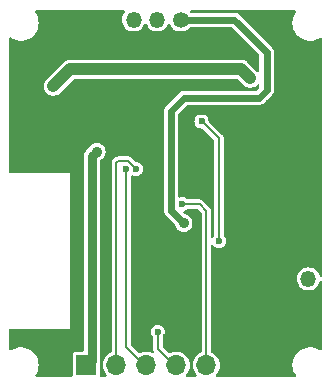
<source format=gbr>
%TF.GenerationSoftware,KiCad,Pcbnew,8.0.4*%
%TF.CreationDate,2024-12-08T23:45:12+08:00*%
%TF.ProjectId,funHomeSwitch,66756e48-6f6d-4655-9377-697463682e6b,rev?*%
%TF.SameCoordinates,Original*%
%TF.FileFunction,Copper,L2,Bot*%
%TF.FilePolarity,Positive*%
%FSLAX46Y46*%
G04 Gerber Fmt 4.6, Leading zero omitted, Abs format (unit mm)*
G04 Created by KiCad (PCBNEW 8.0.4) date 2024-12-08 23:45:12*
%MOMM*%
%LPD*%
G01*
G04 APERTURE LIST*
%TA.AperFunction,ComponentPad*%
%ADD10O,1.700000X1.100000*%
%TD*%
%TA.AperFunction,ComponentPad*%
%ADD11C,1.350000*%
%TD*%
%TA.AperFunction,ComponentPad*%
%ADD12O,1.350000X1.350000*%
%TD*%
%TA.AperFunction,ComponentPad*%
%ADD13R,1.700000X1.700000*%
%TD*%
%TA.AperFunction,ComponentPad*%
%ADD14O,1.700000X1.700000*%
%TD*%
%TA.AperFunction,ComponentPad*%
%ADD15R,1.350000X1.350000*%
%TD*%
%TA.AperFunction,ViaPad*%
%ADD16C,0.900000*%
%TD*%
%TA.AperFunction,ViaPad*%
%ADD17C,0.600000*%
%TD*%
%TA.AperFunction,Conductor*%
%ADD18C,1.000000*%
%TD*%
%TA.AperFunction,Conductor*%
%ADD19C,0.800000*%
%TD*%
%TA.AperFunction,Conductor*%
%ADD20C,0.200000*%
%TD*%
%TA.AperFunction,Conductor*%
%ADD21C,0.600000*%
%TD*%
G04 APERTURE END LIST*
D10*
%TO.P,J3,S1,SHIELD*%
%TO.N,GND*%
X192725000Y-66625000D03*
X188925000Y-66625000D03*
X192725000Y-75265000D03*
X188925000Y-75265000D03*
%TD*%
D11*
%TO.P,J2,1,Pin_1*%
%TO.N,/SG90_PWM*%
X202625000Y-63750000D03*
D12*
%TO.P,J2,2,Pin_2*%
%TO.N,+5V*%
X200625000Y-63750000D03*
%TO.P,J2,3,Pin_3*%
%TO.N,Net-(J2-Pin_3)*%
X198625000Y-63750000D03*
%TD*%
D13*
%TO.P,J1,1,Pin_1*%
%TO.N,+3V3*%
X194610000Y-92975000D03*
D14*
%TO.P,J1,2,Pin_2*%
%TO.N,/USB_SERIAL_RXI*%
X197150000Y-92975000D03*
%TO.P,J1,3,Pin_3*%
%TO.N,/USB_SERIAL_TXO*%
X199690000Y-92975000D03*
%TO.P,J1,4,Pin_4*%
%TO.N,/ESP32_EN*%
X202230000Y-92975000D03*
%TO.P,J1,5,Pin_5*%
%TO.N,/ESP32_BOOT*%
X204770000Y-92975000D03*
%TO.P,J1,6,Pin_6*%
%TO.N,GND*%
X207310000Y-92975000D03*
%TD*%
D15*
%TO.P,J4,1,Pin_1*%
%TO.N,GND*%
X213425000Y-87675000D03*
D12*
%TO.P,J4,2,Pin_2*%
%TO.N,/BAT+*%
X213425000Y-85675000D03*
%TD*%
D16*
%TO.N,+3V3*%
X195500000Y-74900000D03*
D17*
%TO.N,GND*%
X200700000Y-87175000D03*
X212025000Y-68350000D03*
X213250000Y-90700000D03*
X195475000Y-63675000D03*
X190350000Y-70300000D03*
X196025000Y-69875000D03*
X211025000Y-68275000D03*
X196325000Y-80025000D03*
X192025000Y-93275000D03*
X211475000Y-63950000D03*
X206000000Y-83825000D03*
X213325000Y-68400000D03*
X208775000Y-85250000D03*
X210075000Y-93225000D03*
X192200000Y-92050000D03*
X190375000Y-72625000D03*
X199525000Y-74150000D03*
X210650000Y-83450000D03*
X206325000Y-89800000D03*
X192025000Y-63700000D03*
X198600000Y-74850000D03*
X198375000Y-71625000D03*
X212925000Y-73600000D03*
X201375000Y-90625000D03*
X193675000Y-88625000D03*
X212575000Y-70850000D03*
X202175000Y-84675000D03*
X209525000Y-92325000D03*
X196300000Y-78875000D03*
X193600000Y-76925000D03*
X208068191Y-66210357D03*
X203525000Y-77800000D03*
X194775000Y-69550000D03*
X208900000Y-79250000D03*
X213825000Y-78500000D03*
X213900000Y-70900000D03*
X205875000Y-90575000D03*
X203050000Y-76450000D03*
X208950000Y-90275000D03*
X210700000Y-82150000D03*
X211700000Y-91925000D03*
X191250000Y-92575000D03*
X210525000Y-64975000D03*
X197400000Y-71100000D03*
X202150000Y-82175000D03*
X199775000Y-78825000D03*
X190375000Y-71300000D03*
X209100000Y-84600000D03*
X201825000Y-87675000D03*
X193900000Y-64825000D03*
X193825000Y-63625000D03*
X207875000Y-79325000D03*
X213725000Y-89650000D03*
X189250000Y-69550000D03*
X190675000Y-73750000D03*
X208050000Y-80325000D03*
X198350000Y-65150000D03*
X207950000Y-84900000D03*
X197800000Y-74050000D03*
X189275000Y-71650000D03*
X192250000Y-64775000D03*
X199575000Y-87650000D03*
X211350000Y-93350000D03*
X208675000Y-89375000D03*
X203775000Y-89825000D03*
X198825000Y-86875000D03*
X210675000Y-81100000D03*
X210050000Y-63750000D03*
X197425000Y-65125000D03*
X202800000Y-75550000D03*
X210875000Y-73500000D03*
X202125000Y-83325000D03*
X213800000Y-73550000D03*
X211950000Y-73525000D03*
X194125000Y-89500000D03*
X190400000Y-69525000D03*
X214075000Y-68400000D03*
X208486379Y-72441357D03*
X202125000Y-85875000D03*
X212575000Y-78425000D03*
X210075000Y-70800000D03*
X212625000Y-89650000D03*
X190800000Y-90725000D03*
X192900000Y-75850000D03*
X210650000Y-92000000D03*
X205600000Y-89600000D03*
X189250000Y-70425000D03*
X210750000Y-77325000D03*
X189300000Y-90675000D03*
X189350000Y-73450000D03*
X198950000Y-79950000D03*
X211425000Y-78225000D03*
X200700000Y-79975000D03*
X209380393Y-71480393D03*
X192050000Y-90725000D03*
X196350000Y-87650000D03*
X196025000Y-66300000D03*
X210050000Y-88300000D03*
X209125000Y-88000000D03*
X191175000Y-76175000D03*
X211125000Y-88350000D03*
X209550000Y-89375000D03*
X208375000Y-73250000D03*
%TO.N,/ESP32_EN*%
X200675000Y-90150000D03*
D16*
%TO.N,/VIN_5V*%
X208500000Y-68700000D03*
X191825000Y-69375000D03*
D17*
%TO.N,/ESP32_BOOT*%
X202750000Y-79350000D03*
%TO.N,/USB_SERIAL_TXO*%
X198000000Y-76400000D03*
%TO.N,/USB_SERIAL_RXI*%
X198800000Y-76375000D03*
D16*
%TO.N,/SG90_PWM*%
X202850000Y-80950000D03*
D17*
%TO.N,Net-(Q1-G)*%
X204369998Y-72350000D03*
X205850000Y-82475000D03*
%TD*%
D18*
%TO.N,/VIN_5V*%
X193275000Y-67925000D02*
X191825000Y-69375000D01*
X208500000Y-68700000D02*
X207725000Y-67925000D01*
X207725000Y-67925000D02*
X193275000Y-67925000D01*
D19*
%TO.N,+3V3*%
X195500000Y-74900000D02*
X195100000Y-75300000D01*
X195100000Y-92660000D02*
X194610000Y-93150000D01*
X195100000Y-75300000D02*
X195100000Y-92660000D01*
D20*
%TO.N,/ESP32_EN*%
X200675000Y-91595000D02*
X202230000Y-93150000D01*
X200675000Y-90150000D02*
X200675000Y-91595000D01*
%TO.N,/ESP32_BOOT*%
X202750000Y-79350000D02*
X204200000Y-79350000D01*
X204770000Y-79920000D02*
X204770000Y-93150000D01*
X204200000Y-79350000D02*
X204770000Y-79920000D01*
%TO.N,/USB_SERIAL_TXO*%
X198000000Y-76400000D02*
X198000000Y-91460000D01*
X198000000Y-91460000D02*
X199690000Y-93150000D01*
%TO.N,/USB_SERIAL_RXI*%
X198800000Y-76351471D02*
X198148529Y-75700000D01*
X198800000Y-76375000D02*
X198800000Y-76351471D01*
X197150000Y-75875000D02*
X197150000Y-93150000D01*
X197325000Y-75700000D02*
X197150000Y-75875000D01*
X198148529Y-75700000D02*
X197325000Y-75700000D01*
D21*
%TO.N,/SG90_PWM*%
X201800000Y-79900000D02*
X201800000Y-71450000D01*
X202850000Y-80950000D02*
X201800000Y-79900000D01*
X209875000Y-66475000D02*
X207150000Y-63750000D01*
X209875000Y-69725000D02*
X209875000Y-66475000D01*
X201800000Y-71450000D02*
X202900000Y-70350000D01*
X202900000Y-70350000D02*
X209250000Y-70350000D01*
X209250000Y-70350000D02*
X209875000Y-69725000D01*
X207150000Y-63750000D02*
X202625000Y-63750000D01*
D20*
%TO.N,Net-(Q1-G)*%
X204425000Y-72350000D02*
X205850000Y-73775000D01*
X204369998Y-72350000D02*
X204425000Y-72350000D01*
X205850000Y-73775000D02*
X205850000Y-82475000D01*
%TD*%
%TA.AperFunction,Conductor*%
%TO.N,GND*%
G36*
X197868057Y-62969407D02*
G01*
X197904021Y-63018907D01*
X197904021Y-63080093D01*
X197886394Y-63112304D01*
X197885561Y-63113320D01*
X197809976Y-63205420D01*
X197809969Y-63205430D01*
X197719397Y-63374880D01*
X197719395Y-63374885D01*
X197663614Y-63558768D01*
X197663613Y-63558773D01*
X197644780Y-63749996D01*
X197644780Y-63750003D01*
X197663613Y-63941226D01*
X197663614Y-63941231D01*
X197719395Y-64125114D01*
X197719397Y-64125119D01*
X197809969Y-64294569D01*
X197809975Y-64294578D01*
X197809977Y-64294581D01*
X197855869Y-64350500D01*
X197931875Y-64443115D01*
X197931884Y-64443124D01*
X197987637Y-64488879D01*
X198080419Y-64565023D01*
X198080423Y-64565025D01*
X198080430Y-64565030D01*
X198249880Y-64655602D01*
X198249886Y-64655605D01*
X198377988Y-64694464D01*
X198433768Y-64711385D01*
X198433773Y-64711386D01*
X198624997Y-64730220D01*
X198625000Y-64730220D01*
X198625003Y-64730220D01*
X198816226Y-64711386D01*
X198816231Y-64711385D01*
X199000114Y-64655605D01*
X199060870Y-64623129D01*
X199169569Y-64565030D01*
X199169572Y-64565027D01*
X199169581Y-64565023D01*
X199318120Y-64443120D01*
X199440023Y-64294581D01*
X199440027Y-64294572D01*
X199440030Y-64294569D01*
X199530602Y-64125119D01*
X199530605Y-64125114D01*
X199530607Y-64125105D01*
X199532464Y-64120625D01*
X199533793Y-64121175D01*
X199565244Y-64076046D01*
X199623051Y-64055997D01*
X199681603Y-64073755D01*
X199717193Y-64120766D01*
X199717536Y-64120625D01*
X199718079Y-64121938D01*
X199718534Y-64122538D01*
X199719284Y-64124847D01*
X199719397Y-64125119D01*
X199809969Y-64294569D01*
X199809975Y-64294578D01*
X199809977Y-64294581D01*
X199855869Y-64350500D01*
X199931875Y-64443115D01*
X199931884Y-64443124D01*
X199987637Y-64488879D01*
X200080419Y-64565023D01*
X200080423Y-64565025D01*
X200080430Y-64565030D01*
X200249880Y-64655602D01*
X200249886Y-64655605D01*
X200377988Y-64694464D01*
X200433768Y-64711385D01*
X200433773Y-64711386D01*
X200624997Y-64730220D01*
X200625000Y-64730220D01*
X200625003Y-64730220D01*
X200816226Y-64711386D01*
X200816231Y-64711385D01*
X201000114Y-64655605D01*
X201060870Y-64623129D01*
X201169569Y-64565030D01*
X201169572Y-64565027D01*
X201169581Y-64565023D01*
X201318120Y-64443120D01*
X201440023Y-64294581D01*
X201440027Y-64294572D01*
X201440030Y-64294569D01*
X201530602Y-64125119D01*
X201530605Y-64125114D01*
X201530607Y-64125105D01*
X201532464Y-64120625D01*
X201533793Y-64121175D01*
X201565244Y-64076046D01*
X201623051Y-64055997D01*
X201681603Y-64073755D01*
X201717193Y-64120766D01*
X201717536Y-64120625D01*
X201718079Y-64121938D01*
X201718534Y-64122538D01*
X201719284Y-64124847D01*
X201719397Y-64125119D01*
X201809969Y-64294569D01*
X201809975Y-64294578D01*
X201809977Y-64294581D01*
X201855869Y-64350500D01*
X201931875Y-64443115D01*
X201931884Y-64443124D01*
X201987637Y-64488879D01*
X202080419Y-64565023D01*
X202080423Y-64565025D01*
X202080430Y-64565030D01*
X202249880Y-64655602D01*
X202249886Y-64655605D01*
X202377988Y-64694464D01*
X202433768Y-64711385D01*
X202433773Y-64711386D01*
X202624997Y-64730220D01*
X202625000Y-64730220D01*
X202625003Y-64730220D01*
X202816226Y-64711386D01*
X202816231Y-64711385D01*
X203000114Y-64655605D01*
X203060870Y-64623129D01*
X203169569Y-64565030D01*
X203169572Y-64565027D01*
X203169581Y-64565023D01*
X203304423Y-64454361D01*
X203318118Y-64443122D01*
X203364427Y-64386695D01*
X203415959Y-64353708D01*
X203440955Y-64350500D01*
X206860257Y-64350500D01*
X206918448Y-64369407D01*
X206930261Y-64379496D01*
X209245504Y-66694739D01*
X209273281Y-66749256D01*
X209274500Y-66764743D01*
X209274500Y-68103414D01*
X209255593Y-68161605D01*
X209206093Y-68197569D01*
X209144907Y-68197569D01*
X209105496Y-68173418D01*
X208235292Y-67303214D01*
X208235289Y-67303211D01*
X208183059Y-67268312D01*
X208104185Y-67215609D01*
X208104174Y-67215603D01*
X207958497Y-67155263D01*
X207803844Y-67124500D01*
X207803842Y-67124500D01*
X193353843Y-67124500D01*
X193196158Y-67124500D01*
X193196155Y-67124500D01*
X193041504Y-67155261D01*
X192895821Y-67215605D01*
X192764711Y-67303211D01*
X192764707Y-67303214D01*
X191203214Y-68864707D01*
X191203211Y-68864711D01*
X191115609Y-68995814D01*
X191115603Y-68995825D01*
X191055263Y-69141501D01*
X191055263Y-69141503D01*
X191024500Y-69296155D01*
X191024500Y-69453844D01*
X191055263Y-69608496D01*
X191055263Y-69608498D01*
X191115603Y-69754174D01*
X191115609Y-69754185D01*
X191148933Y-69804057D01*
X191203211Y-69885289D01*
X191314711Y-69996789D01*
X191392876Y-70049017D01*
X191445814Y-70084390D01*
X191445825Y-70084396D01*
X191468324Y-70093715D01*
X191591503Y-70144737D01*
X191746158Y-70175500D01*
X191746159Y-70175500D01*
X191903841Y-70175500D01*
X191903842Y-70175500D01*
X192058497Y-70144737D01*
X192204179Y-70084394D01*
X192335289Y-69996789D01*
X193577582Y-68754496D01*
X193632099Y-68726719D01*
X193647586Y-68725500D01*
X207352414Y-68725500D01*
X207410605Y-68744407D01*
X207422418Y-68754496D01*
X207989711Y-69321789D01*
X208120821Y-69409394D01*
X208266503Y-69469738D01*
X208421158Y-69500500D01*
X208421160Y-69500500D01*
X208578841Y-69500500D01*
X208578843Y-69500500D01*
X208733498Y-69469738D01*
X208879179Y-69409394D01*
X209010290Y-69321789D01*
X209105498Y-69226580D01*
X209160013Y-69198805D01*
X209220445Y-69208376D01*
X209263710Y-69251641D01*
X209274500Y-69296586D01*
X209274500Y-69435257D01*
X209255593Y-69493448D01*
X209245504Y-69505261D01*
X209030261Y-69720504D01*
X208975744Y-69748281D01*
X208960257Y-69749500D01*
X202985136Y-69749500D01*
X202985120Y-69749499D01*
X202979057Y-69749499D01*
X202820943Y-69749499D01*
X202668215Y-69790423D01*
X202668213Y-69790423D01*
X202668209Y-69790425D01*
X202644599Y-69804057D01*
X202531284Y-69869479D01*
X202419479Y-69981283D01*
X202419480Y-69981284D01*
X202419478Y-69981286D01*
X201431286Y-70969478D01*
X201431284Y-70969480D01*
X201431283Y-70969479D01*
X201319479Y-71081284D01*
X201269359Y-71168095D01*
X201240425Y-71218209D01*
X201240423Y-71218213D01*
X201240423Y-71218215D01*
X201199499Y-71370943D01*
X201199499Y-71370945D01*
X201199499Y-71537031D01*
X201199500Y-71537044D01*
X201199500Y-79814863D01*
X201199499Y-79814881D01*
X201199499Y-79820943D01*
X201199499Y-79979057D01*
X201218070Y-80048363D01*
X201240424Y-80131788D01*
X201260126Y-80165911D01*
X201260127Y-80165914D01*
X201287709Y-80213687D01*
X201319480Y-80268716D01*
X201431284Y-80380520D01*
X201431286Y-80380521D01*
X202082190Y-81031425D01*
X202109967Y-81085942D01*
X202110563Y-81090342D01*
X202113686Y-81118059D01*
X202113686Y-81118060D01*
X202169544Y-81277690D01*
X202169544Y-81277691D01*
X202259520Y-81420886D01*
X202259523Y-81420890D01*
X202379110Y-81540477D01*
X202522310Y-81630456D01*
X202586232Y-81652823D01*
X202681934Y-81686311D01*
X202681938Y-81686312D01*
X202681941Y-81686313D01*
X202681942Y-81686313D01*
X202681946Y-81686314D01*
X202849996Y-81705249D01*
X202850000Y-81705249D01*
X202850004Y-81705249D01*
X203018053Y-81686314D01*
X203018055Y-81686313D01*
X203018059Y-81686313D01*
X203177690Y-81630456D01*
X203320890Y-81540477D01*
X203440477Y-81420890D01*
X203530456Y-81277690D01*
X203586313Y-81118059D01*
X203589932Y-81085942D01*
X203605249Y-80950004D01*
X203605249Y-80949995D01*
X203586314Y-80781946D01*
X203586311Y-80781934D01*
X203563480Y-80716690D01*
X203530456Y-80622310D01*
X203440477Y-80479110D01*
X203320890Y-80359523D01*
X203320887Y-80359521D01*
X203320886Y-80359520D01*
X203177691Y-80269544D01*
X203018059Y-80213686D01*
X202990342Y-80210563D01*
X202934635Y-80185258D01*
X202931425Y-80182190D01*
X202852115Y-80102880D01*
X202824338Y-80048363D01*
X202833909Y-79987931D01*
X202877174Y-79944666D01*
X202900667Y-79937372D01*
X202900494Y-79936723D01*
X202906755Y-79935044D01*
X202906762Y-79935044D01*
X203052841Y-79874536D01*
X203178282Y-79778282D01*
X203178281Y-79778282D01*
X203183430Y-79774332D01*
X203184490Y-79775713D01*
X203231584Y-79751719D01*
X203247071Y-79750500D01*
X203993100Y-79750500D01*
X204051291Y-79769407D01*
X204063103Y-79779496D01*
X204340503Y-80056895D01*
X204368281Y-80111412D01*
X204369500Y-80126899D01*
X204369500Y-91828520D01*
X204350593Y-91886711D01*
X204306264Y-91920834D01*
X204254986Y-91940699D01*
X204254975Y-91940705D01*
X204073699Y-92052946D01*
X204073692Y-92052952D01*
X203916135Y-92196586D01*
X203916131Y-92196589D01*
X203916128Y-92196593D01*
X203916125Y-92196597D01*
X203787635Y-92366743D01*
X203787630Y-92366752D01*
X203692596Y-92557608D01*
X203634244Y-92762688D01*
X203614571Y-92975000D01*
X203634244Y-93187311D01*
X203643559Y-93220050D01*
X203692595Y-93392389D01*
X203787634Y-93583255D01*
X203916128Y-93753407D01*
X203942381Y-93777340D01*
X203972646Y-93830514D01*
X203965875Y-93891323D01*
X203924655Y-93936540D01*
X203875684Y-93949500D01*
X203124316Y-93949500D01*
X203066125Y-93930593D01*
X203030161Y-93881093D01*
X203030161Y-93819907D01*
X203057618Y-93777340D01*
X203083872Y-93753407D01*
X203212366Y-93583255D01*
X203307405Y-93392389D01*
X203365756Y-93187310D01*
X203385429Y-92975000D01*
X203365756Y-92762690D01*
X203307405Y-92557611D01*
X203212366Y-92366745D01*
X203083872Y-92196593D01*
X202956125Y-92080135D01*
X202926307Y-92052952D01*
X202926300Y-92052946D01*
X202745024Y-91940705D01*
X202745019Y-91940702D01*
X202593960Y-91882182D01*
X202546198Y-91863679D01*
X202546197Y-91863678D01*
X202546195Y-91863678D01*
X202336610Y-91824500D01*
X202123390Y-91824500D01*
X201913802Y-91863678D01*
X201714986Y-91940699D01*
X201714976Y-91940704D01*
X201702664Y-91948327D01*
X201643235Y-91962881D01*
X201586601Y-91939724D01*
X201580549Y-91934156D01*
X201104496Y-91458103D01*
X201076719Y-91403586D01*
X201075500Y-91388099D01*
X201075500Y-90647071D01*
X201094407Y-90588880D01*
X201101715Y-90580324D01*
X201103282Y-90578282D01*
X201199536Y-90452841D01*
X201260044Y-90306762D01*
X201280682Y-90150000D01*
X201260044Y-89993238D01*
X201223430Y-89904845D01*
X201199537Y-89847161D01*
X201199537Y-89847160D01*
X201103286Y-89721723D01*
X201103285Y-89721722D01*
X201103282Y-89721718D01*
X201103277Y-89721714D01*
X201103276Y-89721713D01*
X200977838Y-89625462D01*
X200831766Y-89564957D01*
X200831758Y-89564955D01*
X200675001Y-89544318D01*
X200674999Y-89544318D01*
X200518241Y-89564955D01*
X200518233Y-89564957D01*
X200372161Y-89625462D01*
X200372160Y-89625462D01*
X200246723Y-89721713D01*
X200246713Y-89721723D01*
X200150462Y-89847160D01*
X200150462Y-89847161D01*
X200089957Y-89993233D01*
X200089955Y-89993241D01*
X200069318Y-90149999D01*
X200069318Y-90150000D01*
X200089955Y-90306758D01*
X200089957Y-90306766D01*
X200150462Y-90452838D01*
X200150462Y-90452839D01*
X200250668Y-90583431D01*
X200249283Y-90584493D01*
X200273279Y-90631569D01*
X200274500Y-90647071D01*
X200274500Y-91542273D01*
X200274500Y-91647727D01*
X200289075Y-91702122D01*
X200301794Y-91749592D01*
X200331381Y-91800837D01*
X200344103Y-91860685D01*
X200319217Y-91916581D01*
X200266229Y-91947174D01*
X200209721Y-91941234D01*
X200209287Y-91942356D01*
X200205021Y-91940703D01*
X200205019Y-91940702D01*
X200006198Y-91863679D01*
X200006197Y-91863678D01*
X200006195Y-91863678D01*
X199796610Y-91824500D01*
X199583390Y-91824500D01*
X199373802Y-91863678D01*
X199174986Y-91940699D01*
X199174976Y-91940704D01*
X199162664Y-91948327D01*
X199103235Y-91962881D01*
X199046601Y-91939724D01*
X199040549Y-91934156D01*
X198429496Y-91323103D01*
X198401719Y-91268586D01*
X198400500Y-91253099D01*
X198400500Y-77007662D01*
X198419407Y-76949471D01*
X198468907Y-76913507D01*
X198530093Y-76913507D01*
X198537372Y-76916193D01*
X198643238Y-76960044D01*
X198760809Y-76975522D01*
X198799999Y-76980682D01*
X198800000Y-76980682D01*
X198800001Y-76980682D01*
X198831352Y-76976554D01*
X198956762Y-76960044D01*
X199102841Y-76899536D01*
X199228282Y-76803282D01*
X199324536Y-76677841D01*
X199385044Y-76531762D01*
X199405682Y-76375000D01*
X199385044Y-76218238D01*
X199324537Y-76072161D01*
X199324537Y-76072160D01*
X199228286Y-75946723D01*
X199228285Y-75946722D01*
X199228282Y-75946718D01*
X199228277Y-75946714D01*
X199228276Y-75946713D01*
X199102838Y-75850462D01*
X198956766Y-75789957D01*
X198956759Y-75789955D01*
X198815168Y-75771314D01*
X198759943Y-75744973D01*
X198758088Y-75743165D01*
X198394442Y-75379520D01*
X198394437Y-75379516D01*
X198303120Y-75326794D01*
X198303122Y-75326794D01*
X198263599Y-75316204D01*
X198201256Y-75299500D01*
X197272273Y-75299500D01*
X197209931Y-75316204D01*
X197170408Y-75326794D01*
X197097320Y-75368993D01*
X197097317Y-75368995D01*
X197079090Y-75379517D01*
X196829516Y-75629091D01*
X196776794Y-75720408D01*
X196776793Y-75720410D01*
X196763688Y-75769316D01*
X196763689Y-75769317D01*
X196749500Y-75822273D01*
X196749500Y-91828520D01*
X196730593Y-91886711D01*
X196686264Y-91920834D01*
X196634986Y-91940699D01*
X196634975Y-91940705D01*
X196453699Y-92052946D01*
X196453692Y-92052952D01*
X196296135Y-92196586D01*
X196296131Y-92196589D01*
X196296128Y-92196593D01*
X196296125Y-92196597D01*
X196167635Y-92366743D01*
X196167630Y-92366752D01*
X196072596Y-92557608D01*
X196014244Y-92762688D01*
X195994571Y-92975000D01*
X196014244Y-93187311D01*
X196023559Y-93220050D01*
X196072595Y-93392389D01*
X196167634Y-93583255D01*
X196296128Y-93753407D01*
X196322381Y-93777340D01*
X196352646Y-93830514D01*
X196345875Y-93891323D01*
X196304655Y-93936540D01*
X196255684Y-93949500D01*
X195859500Y-93949500D01*
X195801309Y-93930593D01*
X195765345Y-93881093D01*
X195760500Y-93850500D01*
X195760499Y-92915600D01*
X195768034Y-92877715D01*
X195773580Y-92864328D01*
X195800500Y-92728994D01*
X195800500Y-92591006D01*
X195800500Y-75652255D01*
X195819407Y-75594064D01*
X195846825Y-75568432D01*
X195970890Y-75490477D01*
X196090477Y-75370890D01*
X196180456Y-75227690D01*
X196236313Y-75068059D01*
X196255249Y-74900000D01*
X196255249Y-74899995D01*
X196236314Y-74731946D01*
X196236311Y-74731934D01*
X196213480Y-74666690D01*
X196180456Y-74572310D01*
X196090477Y-74429110D01*
X195970890Y-74309523D01*
X195970887Y-74309521D01*
X195970886Y-74309520D01*
X195827691Y-74219544D01*
X195668065Y-74163688D01*
X195668053Y-74163685D01*
X195500004Y-74144751D01*
X195499996Y-74144751D01*
X195331946Y-74163685D01*
X195331934Y-74163688D01*
X195172309Y-74219544D01*
X195172308Y-74219544D01*
X195029113Y-74309520D01*
X194909520Y-74429113D01*
X194819543Y-74572311D01*
X194819542Y-74572314D01*
X194817592Y-74577887D01*
X194794153Y-74615188D01*
X194555885Y-74853457D01*
X194479223Y-74968191D01*
X194426422Y-75095665D01*
X194426419Y-75095675D01*
X194416397Y-75146062D01*
X194416397Y-75146063D01*
X194399500Y-75231006D01*
X194399500Y-91725500D01*
X194380593Y-91783691D01*
X194331093Y-91819655D01*
X194300500Y-91824500D01*
X193715139Y-91824500D01*
X193715136Y-91824501D01*
X193690009Y-91827414D01*
X193587235Y-91872794D01*
X193507794Y-91952235D01*
X193462414Y-92055011D01*
X193459500Y-92080130D01*
X193459500Y-92080132D01*
X193459501Y-93850500D01*
X193440594Y-93908691D01*
X193391094Y-93944655D01*
X193360501Y-93949500D01*
X190397286Y-93949500D01*
X190339095Y-93930593D01*
X190303131Y-93881093D01*
X190303131Y-93819907D01*
X190314404Y-93796355D01*
X190399173Y-93666607D01*
X190499063Y-93438881D01*
X190560108Y-93197821D01*
X190580643Y-92950000D01*
X190560108Y-92702179D01*
X190499063Y-92461119D01*
X190399173Y-92233393D01*
X190263164Y-92025215D01*
X190094744Y-91842262D01*
X189975677Y-91749588D01*
X189898512Y-91689528D01*
X189898509Y-91689526D01*
X189679813Y-91571173D01*
X189444611Y-91490428D01*
X189199335Y-91449500D01*
X188950665Y-91449500D01*
X188705388Y-91490428D01*
X188470186Y-91571173D01*
X188251490Y-91689526D01*
X188251481Y-91689532D01*
X188235306Y-91702122D01*
X188177772Y-91722943D01*
X188118988Y-91705969D01*
X188081408Y-91657685D01*
X188075500Y-91623997D01*
X188075500Y-89999000D01*
X188094407Y-89940809D01*
X188143907Y-89904845D01*
X188174500Y-89900000D01*
X193199999Y-89900000D01*
X193200000Y-89900000D01*
X193200000Y-76700000D01*
X193199999Y-76700000D01*
X188174500Y-76700000D01*
X188116309Y-76681093D01*
X188080345Y-76631593D01*
X188075500Y-76601000D01*
X188075500Y-65326002D01*
X188094407Y-65267811D01*
X188143907Y-65231847D01*
X188205093Y-65231847D01*
X188235305Y-65247875D01*
X188251491Y-65260474D01*
X188470190Y-65378828D01*
X188705386Y-65459571D01*
X188950665Y-65500500D01*
X189199335Y-65500500D01*
X189444614Y-65459571D01*
X189679810Y-65378828D01*
X189898509Y-65260474D01*
X190094744Y-65107738D01*
X190263164Y-64924785D01*
X190399173Y-64716607D01*
X190499063Y-64488881D01*
X190560108Y-64247821D01*
X190580643Y-64000000D01*
X190560108Y-63752179D01*
X190499063Y-63511119D01*
X190399173Y-63283393D01*
X190281739Y-63103647D01*
X190265742Y-63044591D01*
X190287511Y-62987409D01*
X190338734Y-62953944D01*
X190364620Y-62950500D01*
X197809866Y-62950500D01*
X197868057Y-62969407D01*
G37*
%TD.AperFunction*%
%TA.AperFunction,Conductor*%
G36*
X212343571Y-62969407D02*
G01*
X212379535Y-63018907D01*
X212379535Y-63080093D01*
X212368260Y-63103647D01*
X212250827Y-63283393D01*
X212180378Y-63444002D01*
X212150937Y-63511120D01*
X212089891Y-63752180D01*
X212069357Y-64000000D01*
X212089891Y-64247819D01*
X212101733Y-64294581D01*
X212150937Y-64488881D01*
X212250827Y-64716607D01*
X212386836Y-64924785D01*
X212555256Y-65107738D01*
X212751491Y-65260474D01*
X212970190Y-65378828D01*
X213205386Y-65459571D01*
X213450665Y-65500500D01*
X213699335Y-65500500D01*
X213944614Y-65459571D01*
X214179810Y-65378828D01*
X214398509Y-65260474D01*
X214414693Y-65247877D01*
X214472225Y-65227056D01*
X214531009Y-65244028D01*
X214568591Y-65292311D01*
X214574500Y-65326002D01*
X214574500Y-85436497D01*
X214555593Y-85494688D01*
X214506093Y-85530652D01*
X214444907Y-85530652D01*
X214395407Y-85494688D01*
X214380763Y-85465235D01*
X214369689Y-85428730D01*
X214330605Y-85299886D01*
X214330602Y-85299880D01*
X214240030Y-85130430D01*
X214240025Y-85130423D01*
X214240023Y-85130419D01*
X214174975Y-85051158D01*
X214118124Y-84981884D01*
X214118115Y-84981875D01*
X214031521Y-84910810D01*
X213969581Y-84859977D01*
X213969578Y-84859975D01*
X213969569Y-84859969D01*
X213800119Y-84769397D01*
X213800114Y-84769395D01*
X213616231Y-84713614D01*
X213616226Y-84713613D01*
X213425003Y-84694780D01*
X213424997Y-84694780D01*
X213233773Y-84713613D01*
X213233768Y-84713614D01*
X213049885Y-84769395D01*
X213049880Y-84769397D01*
X212880430Y-84859969D01*
X212880420Y-84859976D01*
X212731884Y-84981875D01*
X212731875Y-84981884D01*
X212609976Y-85130420D01*
X212609969Y-85130430D01*
X212519397Y-85299880D01*
X212519395Y-85299885D01*
X212463614Y-85483768D01*
X212463613Y-85483773D01*
X212444780Y-85674996D01*
X212444780Y-85675003D01*
X212463613Y-85866226D01*
X212463614Y-85866231D01*
X212519395Y-86050114D01*
X212519397Y-86050119D01*
X212609969Y-86219569D01*
X212609975Y-86219578D01*
X212609977Y-86219581D01*
X212660810Y-86281521D01*
X212731875Y-86368115D01*
X212731884Y-86368124D01*
X212801158Y-86424975D01*
X212880419Y-86490023D01*
X212880423Y-86490025D01*
X212880430Y-86490030D01*
X213049880Y-86580602D01*
X213049886Y-86580605D01*
X213177988Y-86619464D01*
X213233768Y-86636385D01*
X213233773Y-86636386D01*
X213424997Y-86655220D01*
X213425000Y-86655220D01*
X213425003Y-86655220D01*
X213616226Y-86636386D01*
X213616231Y-86636385D01*
X213800114Y-86580605D01*
X213860870Y-86548129D01*
X213969569Y-86490030D01*
X213969572Y-86490027D01*
X213969581Y-86490023D01*
X214118120Y-86368120D01*
X214240023Y-86219581D01*
X214240027Y-86219572D01*
X214240030Y-86219569D01*
X214330602Y-86050119D01*
X214330605Y-86050114D01*
X214380763Y-85884763D01*
X214415748Y-85834567D01*
X214473556Y-85814521D01*
X214532107Y-85832282D01*
X214569036Y-85881067D01*
X214574500Y-85913502D01*
X214574500Y-91623997D01*
X214555593Y-91682188D01*
X214506093Y-91718152D01*
X214444907Y-91718152D01*
X214414694Y-91702122D01*
X214398518Y-91689532D01*
X214398509Y-91689526D01*
X214179813Y-91571173D01*
X213944611Y-91490428D01*
X213699335Y-91449500D01*
X213450665Y-91449500D01*
X213205388Y-91490428D01*
X212970186Y-91571173D01*
X212751490Y-91689526D01*
X212751487Y-91689528D01*
X212555259Y-91842259D01*
X212555256Y-91842261D01*
X212555256Y-91842262D01*
X212470662Y-91934156D01*
X212386835Y-92025216D01*
X212367369Y-92055011D01*
X212250827Y-92233393D01*
X212162292Y-92435234D01*
X212150937Y-92461120D01*
X212089891Y-92702180D01*
X212069357Y-92950000D01*
X212089891Y-93197819D01*
X212089892Y-93197821D01*
X212150937Y-93438881D01*
X212250827Y-93666607D01*
X212335594Y-93796353D01*
X212351592Y-93855409D01*
X212329823Y-93912591D01*
X212278600Y-93946056D01*
X212252714Y-93949500D01*
X205664316Y-93949500D01*
X205606125Y-93930593D01*
X205570161Y-93881093D01*
X205570161Y-93819907D01*
X205597618Y-93777340D01*
X205623872Y-93753407D01*
X205752366Y-93583255D01*
X205847405Y-93392389D01*
X205905756Y-93187310D01*
X205925429Y-92975000D01*
X205905756Y-92762690D01*
X205847405Y-92557611D01*
X205752366Y-92366745D01*
X205623872Y-92196593D01*
X205496125Y-92080135D01*
X205466307Y-92052952D01*
X205466300Y-92052946D01*
X205285024Y-91940705D01*
X205285022Y-91940704D01*
X205285019Y-91940702D01*
X205285017Y-91940701D01*
X205285013Y-91940699D01*
X205233736Y-91920834D01*
X205186305Y-91882182D01*
X205170500Y-91828520D01*
X205170500Y-82867532D01*
X205189407Y-82809341D01*
X205238907Y-82773377D01*
X205300093Y-82773377D01*
X205348041Y-82807264D01*
X205421718Y-82903282D01*
X205547159Y-82999536D01*
X205693238Y-83060044D01*
X205810809Y-83075522D01*
X205849999Y-83080682D01*
X205850000Y-83080682D01*
X205850001Y-83080682D01*
X205881352Y-83076554D01*
X206006762Y-83060044D01*
X206152841Y-82999536D01*
X206278282Y-82903282D01*
X206374536Y-82777841D01*
X206435044Y-82631762D01*
X206455682Y-82475000D01*
X206435044Y-82318238D01*
X206374537Y-82172161D01*
X206374537Y-82172160D01*
X206274332Y-82041570D01*
X206275713Y-82040509D01*
X206251719Y-81993416D01*
X206250500Y-81977929D01*
X206250500Y-73722274D01*
X206250500Y-73722273D01*
X206223207Y-73620413D01*
X206170480Y-73529087D01*
X206095913Y-73454519D01*
X206095913Y-73454520D01*
X204997059Y-72355666D01*
X204969282Y-72301149D01*
X204968910Y-72298583D01*
X204955042Y-72193241D01*
X204955042Y-72193238D01*
X204894535Y-72047161D01*
X204894535Y-72047160D01*
X204798284Y-71921723D01*
X204798283Y-71921722D01*
X204798280Y-71921718D01*
X204798275Y-71921714D01*
X204798274Y-71921713D01*
X204672836Y-71825462D01*
X204526764Y-71764957D01*
X204526756Y-71764955D01*
X204369999Y-71744318D01*
X204369997Y-71744318D01*
X204213239Y-71764955D01*
X204213231Y-71764957D01*
X204067159Y-71825462D01*
X204067158Y-71825462D01*
X203941721Y-71921713D01*
X203941711Y-71921723D01*
X203845460Y-72047160D01*
X203845460Y-72047161D01*
X203784955Y-72193233D01*
X203784953Y-72193241D01*
X203764316Y-72349999D01*
X203764316Y-72350000D01*
X203784953Y-72506758D01*
X203784955Y-72506766D01*
X203845460Y-72652838D01*
X203845460Y-72652839D01*
X203845462Y-72652841D01*
X203941716Y-72778282D01*
X204067157Y-72874536D01*
X204213236Y-72935044D01*
X204369998Y-72955682D01*
X204404915Y-72951084D01*
X204465072Y-72962233D01*
X204487840Y-72979233D01*
X205420504Y-73911897D01*
X205448281Y-73966414D01*
X205449500Y-73981901D01*
X205449500Y-81977929D01*
X205430593Y-82036120D01*
X205423275Y-82044687D01*
X205348042Y-82142734D01*
X205297617Y-82177390D01*
X205236453Y-82175788D01*
X205187911Y-82138541D01*
X205170500Y-82082467D01*
X205170500Y-79980714D01*
X205170501Y-79980701D01*
X205170501Y-79867272D01*
X205170500Y-79867270D01*
X205158086Y-79820943D01*
X205143207Y-79765413D01*
X205118839Y-79723207D01*
X205090480Y-79674087D01*
X205015913Y-79599520D01*
X205015910Y-79599518D01*
X204445913Y-79029520D01*
X204445910Y-79029518D01*
X204445908Y-79029516D01*
X204354591Y-78976794D01*
X204354593Y-78976794D01*
X204315070Y-78966204D01*
X204252727Y-78949500D01*
X204252725Y-78949500D01*
X203247071Y-78949500D01*
X203188880Y-78930593D01*
X203180312Y-78923276D01*
X203052838Y-78825462D01*
X202906766Y-78764957D01*
X202906758Y-78764955D01*
X202750001Y-78744318D01*
X202749999Y-78744318D01*
X202593241Y-78764955D01*
X202593239Y-78764955D01*
X202593238Y-78764956D01*
X202548867Y-78783334D01*
X202537385Y-78788091D01*
X202476388Y-78792890D01*
X202424219Y-78760920D01*
X202400805Y-78704392D01*
X202400500Y-78696626D01*
X202400500Y-71739743D01*
X202419407Y-71681552D01*
X202429496Y-71669739D01*
X203119739Y-70979496D01*
X203174256Y-70951719D01*
X203189743Y-70950500D01*
X209164864Y-70950500D01*
X209164880Y-70950501D01*
X209170943Y-70950501D01*
X209329056Y-70950501D01*
X209329057Y-70950501D01*
X209481785Y-70909577D01*
X209531904Y-70880639D01*
X209618716Y-70830520D01*
X209730520Y-70718716D01*
X209730521Y-70718713D01*
X210243713Y-70205521D01*
X210243716Y-70205520D01*
X210355520Y-70093716D01*
X210434577Y-69956784D01*
X210464534Y-69844981D01*
X210475500Y-69804058D01*
X210475500Y-69645943D01*
X210475500Y-66562044D01*
X210475501Y-66562031D01*
X210475501Y-66395943D01*
X210434577Y-66243215D01*
X210434576Y-66243214D01*
X210405639Y-66193094D01*
X210405639Y-66193093D01*
X210405637Y-66193091D01*
X210355524Y-66106289D01*
X210355521Y-66106286D01*
X210355520Y-66106284D01*
X210243716Y-65994480D01*
X210243713Y-65994478D01*
X207630521Y-63381286D01*
X207630520Y-63381284D01*
X207518716Y-63269480D01*
X207518713Y-63269478D01*
X207408569Y-63205886D01*
X207408565Y-63205885D01*
X207381785Y-63190423D01*
X207229057Y-63149499D01*
X207070943Y-63149499D01*
X207064880Y-63149499D01*
X207064864Y-63149500D01*
X203440955Y-63149500D01*
X203382764Y-63130593D01*
X203364439Y-63113320D01*
X203363618Y-63112320D01*
X203341307Y-63055347D01*
X203356744Y-62996141D01*
X203404034Y-62957317D01*
X203440134Y-62950500D01*
X212285380Y-62950500D01*
X212343571Y-62969407D01*
G37*
%TD.AperFunction*%
%TD*%
M02*

</source>
